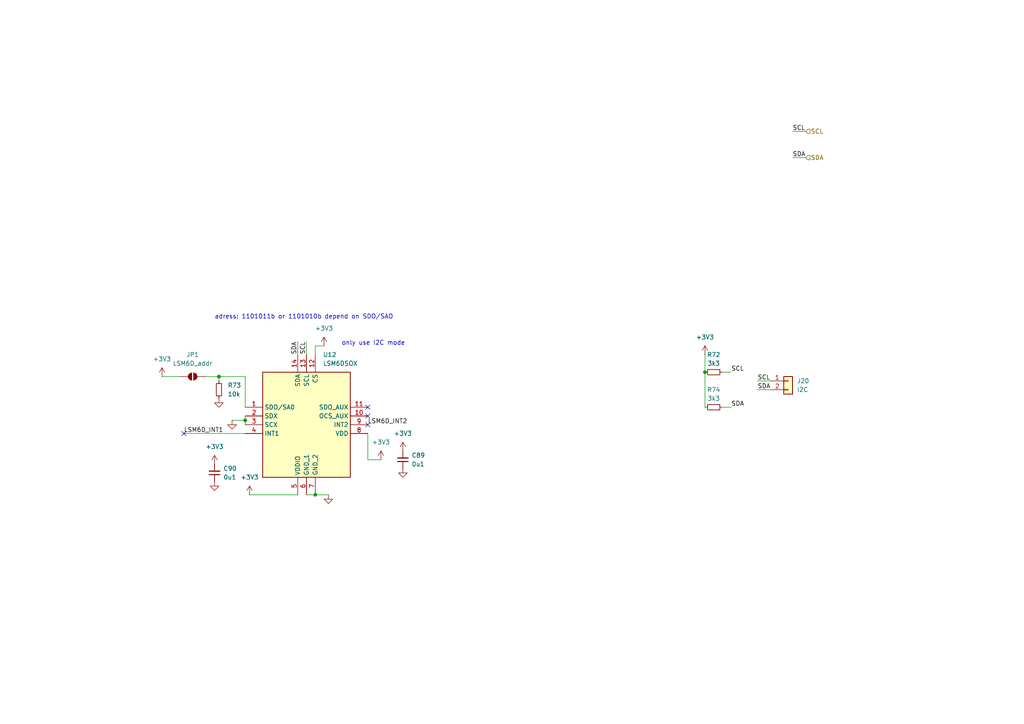
<source format=kicad_sch>
(kicad_sch (version 20231120) (generator "eeschema") (generator_version "8.0")
  (paper "A4")
  (title_block (title "EP6 VCU") (date "2024-09-30") (rev "1.0") (company "NTURacing") (comment 1 "郭哲明") (comment 2 "Electrical group"))
  (lib_symbols
    (symbol "Connector_Generic:Conn_01x02" (pin_names (offset 1.016) hide)
      (property "Reference" "J" (at 0 2.54 0))
      (property "Value" "Conn_01x02" (at 0 -5.08 0))
      (symbol "Conn_01x02_1_1"
        (rectangle (start -1.27 -2.413) (end 0 -2.667) (stroke (width 0.1524)))
        (rectangle (start -1.27 0.127) (end 0 -0.127) (stroke (width 0.1524)))
        (rectangle (start -1.27 1.27) (end 1.27 -3.81) (stroke (width 0.254)) (fill (type background)))
        (pin passive line (at -5.08 0 0) (length 3.81) (name "Pin_1") (number "1"))
        (pin passive line (at -5.08 -2.54 0) (length 3.81) (name "Pin_2") (number "2"))
      )
    )
    (symbol "Device:C_Small" (pin_numbers hide) (pin_names (offset 0.254) hide)
      (property "Reference" "C" (at 0.254 1.778 0))
      (property "Value" "C_Small" (at 0.254 -2.032 0))
      (symbol "C_Small_0_1"
        (polyline (pts (xy -1.524 -0.508) (xy 1.524 -0.508)) (stroke (width 0.3302)))
        (polyline (pts (xy -1.524 0.508) (xy 1.524 0.508)) (stroke (width 0.3048)))
      )
      (symbol "C_Small_1_1"
        (pin passive line (at 0 2.54 270) (length 2.032) (name "~") (number "1"))
        (pin passive line (at 0 -2.54 90) (length 2.032) (name "~") (number "2"))
      )
    )
    (symbol "Device:R_Small" (pin_numbers hide) (pin_names (offset 0.254) hide)
      (property "Reference" "R" (at 0.762 0.508 0))
      (property "Value" "R_Small" (at 0.762 -1.016 0))
      (symbol "R_Small_0_1"
        (rectangle (start -0.762 1.778) (end 0.762 -1.778) (stroke (width 0.2032)))
      )
      (symbol "R_Small_1_1"
        (pin passive line (at 0 2.54 270) (length 0.762) (name "~") (number "1"))
        (pin passive line (at 0 -2.54 90) (length 0.762) (name "~") (number "2"))
      )
    )
    (symbol "Jumper:SolderJumper_2_Open" (pin_numbers hide) (pin_names (offset 0) hide) (exclude_from_sim yes) (in_bom no)
      (property "Reference" "JP" (at 0 2.032 0))
      (property "Value" "SolderJumper_2_Open" (at 0 -2.54 0))
      (symbol "SolderJumper_2_Open_0_1"
        (arc (start -0.254 1.016) (mid -1.2656 0) (end -0.254 -1.016))
        (arc (start -0.254 1.016) (mid -1.2656 0) (end -0.254 -1.016) (fill (type outline)))
        (polyline (pts (xy -0.254 1.016) (xy -0.254 -1.016)))
        (polyline (pts (xy 0.254 1.016) (xy 0.254 -1.016)))
        (arc (start 0.254 -1.016) (mid 1.2656 0) (end 0.254 1.016))
        (arc (start 0.254 -1.016) (mid 1.2656 0) (end 0.254 1.016) (fill (type outline)))
      )
      (symbol "SolderJumper_2_Open_1_1"
        (pin passive line (at -3.81 0 0) (length 2.54) (name "A") (number "1"))
        (pin passive line (at 3.81 0 180) (length 2.54) (name "B") (number "2"))
      )
    )
    (symbol "SamacSys_Parts:LSM6DSOXTR"
      (property "Reference" "AC" (at 31.75 15.24 0))
      (property "Value" "LSM6DSOXTR" (at 31.75 12.7 0))
      (symbol "LSM6DSOXTR_1_1"
        (rectangle (start 5.08 10.16) (end 30.48 -20.32) (stroke (width 0.254)) (fill (type background)))
        (pin passive line (at 0 0 0) (length 5.08) (name "SDO/SA0") (number "1"))
        (pin passive line (at 35.56 -2.54 180) (length 5.08) (name "OCS_AUX") (number "10"))
        (pin passive line (at 35.56 0 180) (length 5.08) (name "SDO_AUX") (number "11"))
        (pin passive line (at 20.32 15.24 270) (length 5.08) (name "CS") (number "12"))
        (pin passive line (at 17.78 15.24 270) (length 5.08) (name "SCL") (number "13"))
        (pin passive line (at 15.24 15.24 270) (length 5.08) (name "SDA") (number "14"))
        (pin passive line (at 0 -2.54 0) (length 5.08) (name "SDX") (number "2"))
        (pin passive line (at 0 -5.08 0) (length 5.08) (name "SCX") (number "3"))
        (pin passive line (at 0 -7.62 0) (length 5.08) (name "INT1") (number "4"))
        (pin passive line (at 15.24 -25.4 90) (length 5.08) (name "VDDIO") (number "5"))
        (pin passive line (at 17.78 -25.4 90) (length 5.08) (name "GND_1") (number "6"))
        (pin passive line (at 20.32 -25.4 90) (length 5.08) (name "GND_2") (number "7"))
        (pin passive line (at 35.56 -7.62 180) (length 5.08) (name "VDD") (number "8"))
        (pin passive line (at 35.56 -5.08 180) (length 5.08) (name "INT2") (number "9"))
      )
    )
    (symbol "power:+3V3" (power) (pin_numbers hide) (pin_names (offset 0) hide)
      (property "Value" "+3V3" (at 0 3.556 0))
      (symbol "+3V3_0_1"
        (polyline (pts (xy -0.762 1.27) (xy 0 2.54)))
        (polyline (pts (xy 0 0) (xy 0 2.54)))
        (polyline (pts (xy 0 2.54) (xy 0.762 1.27)))
      )
      (symbol "+3V3_1_1"
        (pin power_in line (at 0 0 90) (length 0) (name "~") (number "1"))
      )
    )
    (symbol "power:GND" (power) (pin_numbers hide) (pin_names (offset 0) hide)
      (property "Value" "GND" (at 0 -3.81 0))
      (symbol "GND_0_1"
        (polyline (pts (xy 0 0) (xy 0 -1.27) (xy 1.27 -1.27) (xy 0 -2.54) (xy -1.27 -1.27) (xy 0 -1.27)))
      )
      (symbol "GND_1_1"
        (pin power_in line (at 0 0 270) (length 0) (name "~") (number "1"))
      )
    )
  )
  (junction (at 91.44 143.51))
  (junction (at 71.12 121.92))
  (junction (at 204.47 107.95))
  (junction (at 63.5 109.22))
  (no_connect (at 106.68 118.11))
  (no_connect (at 106.68 123.19))
  (no_connect (at 53.34 125.73))
  (no_connect (at 106.68 120.65))
  (wire (pts (xy 106.68 133.35) (xy 106.68 125.73)))
  (wire (pts (xy 204.47 107.95) (xy 204.47 118.11)))
  (wire (pts (xy 93.98 100.33) (xy 91.44 100.33)))
  (wire (pts (xy 209.55 118.11) (xy 212.09 118.11)))
  (wire (pts (xy 95.25 143.51) (xy 91.44 143.51)))
  (wire (pts (xy 71.12 121.92) (xy 71.12 120.65)))
  (wire (pts (xy 72.39 143.51) (xy 86.36 143.51)))
  (wire (pts (xy 91.44 100.33) (xy 91.44 102.87)))
  (wire (pts (xy 229.87 38.1) (xy 233.68 38.1)))
  (wire (pts (xy 71.12 109.22) (xy 71.12 118.11)))
  (wire (pts (xy 110.49 133.35) (xy 106.68 133.35)))
  (wire (pts (xy 71.12 121.92) (xy 71.12 123.19)))
  (wire (pts (xy 209.55 107.95) (xy 212.09 107.95)))
  (wire (pts (xy 59.69 109.22) (xy 63.5 109.22)))
  (wire (pts (xy 63.5 109.22) (xy 71.12 109.22)))
  (wire (pts (xy 91.44 143.51) (xy 88.9 143.51)))
  (wire (pts (xy 67.31 121.92) (xy 71.12 121.92)))
  (wire (pts (xy 219.71 110.49) (xy 223.52 110.49)))
  (wire (pts (xy 63.5 110.49) (xy 63.5 109.22)))
  (wire (pts (xy 229.87 45.72) (xy 233.68 45.72)))
  (wire (pts (xy 219.71 113.03) (xy 223.52 113.03)))
  (wire (pts (xy 86.36 99.06) (xy 86.36 102.87)))
  (wire (pts (xy 46.99 109.22) (xy 52.07 109.22)))
  (wire (pts (xy 204.47 102.87) (xy 204.47 107.95)))
  (wire (pts (xy 88.9 99.06) (xy 88.9 102.87)))
  (wire (pts (xy 53.34 125.73) (xy 71.12 125.73)))
  (text "adress: 1101011b or 1101010b depend on SDO/SAO" (at 62.23 92.71 0) (effects (font (size 1.27 1.27)) (justify left bottom)))
  (text "only use I2C mode" (at 99.06 100.33 0) (effects (font (size 1.27 1.27)) (justify left bottom)))
  (label "SCL" (at 229.87 38.1 0))
  (label "SDA" (at 212.09 118.11 0))
  (label "SCL" (at 219.71 110.49 0))
  (label "SDA" (at 229.87 45.72 0))
  (label "LSM6D_INT2" (at 106.68 123.19 0))
  (label "SDA" (at 219.71 113.03 0))
  (label "LSM6D_INT1" (at 53.34 125.73 0))
  (label "SCL" (at 88.9 99.06 270))
  (label "SDA" (at 86.36 99.06 270))
  (label "SCL" (at 212.09 107.95 0))
  (hierarchical_label "SCL" (shape input) (at 233.68 38.1 0))
  (hierarchical_label "SDA" (shape input) (at 233.68 45.72 0))
  (symbol (lib_id "power:+3V3") (at 46.99 109.22 0) (unit 1)
    (property "Reference" "#PWR0172" (effects (hide yes)))
    (property "Value" "+3V3" (at 46.99 104.14 0))
    (property "Description" "Power symbol creates a global label with name \"+3V3\"" (effects (hide yes)))
  )
  (symbol (lib_id "Device:C_Small") (at 62.23 137.16 180) (unit 1)
    (property "Reference" "C90" (at 64.77 135.8836 0) (effects (justify right)))
    (property "Value" "0u1" (at 64.77 138.4236 0) (effects (justify right)))
    (property "Footprint" "Capacitor_SMD:C_0402_1005Metric" (effects (hide yes)))
    (property "Description" "Unpolarized capacitor, small symbol" (effects (hide yes)))
  )
  (symbol (lib_id "power:+3V3") (at 93.98 100.33 0) (unit 1)
    (property "Reference" "#PWR0170" (effects (hide yes)))
    (property "Value" "+3V3" (at 93.98 95.25 0))
    (property "Description" "Power symbol creates a global label with name \"+3V3\"" (effects (hide yes)))
  )
  (symbol (lib_id "power:GND") (at 67.31 121.92 0) (unit 1)
    (property "Reference" "#PWR0174" (effects (hide yes)))
    (property "Value" "GND" (effects (hide yes)))
    (property "Description" "Power symbol creates a global label with name \"GND\" , ground" (effects (hide yes)))
  )
  (symbol (lib_id "power:+3V3") (at 72.39 143.51 0) (unit 1)
    (property "Reference" "#PWR0180" (effects (hide yes)))
    (property "Value" "+3V3" (at 72.39 138.43 0))
    (property "Description" "Power symbol creates a global label with name \"+3V3\"" (effects (hide yes)))
  )
  (symbol (lib_id "Jumper:SolderJumper_2_Open") (at 55.88 109.22 0) (unit 1)
    (property "Reference" "JP1" (at 55.88 102.87 0))
    (property "Value" "LSM6D_addr" (at 55.88 105.41 0))
    (property "Footprint" "Jumper:SolderJumper-2_P1.3mm_Open_RoundedPad1.0x1.5mm" (effects (hide yes)))
    (property "Description" "Solder Jumper, 2-pole, open" (effects (hide yes)))
  )
  (symbol (lib_id "power:+3V3") (at 204.47 102.87 0) (mirror y) (unit 1)
    (property "Reference" "#PWR0171" (effects (hide yes)))
    (property "Value" "+3V3" (at 204.47 97.79 0))
    (property "Description" "Power symbol creates a global label with name \"+3V3\"" (effects (hide yes)))
  )
  (symbol (lib_id "power:+3V3") (at 116.84 130.81 0) (unit 1)
    (property "Reference" "#PWR0175" (effects (hide yes)))
    (property "Value" "+3V3" (at 116.84 125.73 0))
    (property "Description" "Power symbol creates a global label with name \"+3V3\"" (effects (hide yes)))
  )
  (symbol (lib_id "SamacSys_Parts:LSM6DSOXTR") (at 71.12 118.11 0) (unit 1)
    (property "Reference" "U12" (at 93.6341 102.87 0) (effects (justify left)))
    (property "Value" "LSM6DSOX" (at 93.6341 105.41 0) (effects (justify left)))
    (property "Footprint" "Package_LGA:LGA-14_3x2.5mm_P0.5mm_LayoutBorder3x4y" (effects (hide yes)))
    (property "Datasheet" "https://www.st.com/resource/en/datasheet/lsm6dsox.pdf" (effects (hide yes)))
    (property "Description" "IMUs - Inertial Measurement Units iNEMO inertial module: always-on 3D accelerometer and 3D gyroscope" (effects (hide yes)))
    (property "Mouser Part Number" "511-LSM6DSOXTR" (effects (hide yes)))
    (property "Mouser Price/Stock" "https://www.mouser.co.uk/ProductDetail/STMicroelectronics/LSM6DSOXTR?qs=l7cgNqFNU1i9dcjzItLpVQ%3D%3D" (effects (hide yes)))
    (property "Manufacturer_Name" "STMicroelectronics" (effects (hide yes)))
    (property "Manufacturer_Part_Number" "LSM6DSOXTR" (effects (hide yes)))
  )
  (symbol (lib_id "Device:R_Small") (at 63.5 113.03 180) (unit 1)
    (property "Reference" "R73" (at 66.04 111.76 0) (effects (justify right)))
    (property "Value" "10k" (at 66.04 114.3 0) (effects (justify right)))
    (property "Footprint" "Resistor_SMD:R_0402_1005Metric" (effects (hide yes)))
    (property "Description" "Resistor, small symbol" (effects (hide yes)))
  )
  (symbol (lib_id "power:+3V3") (at 62.23 134.62 0) (unit 1)
    (property "Reference" "#PWR0177" (effects (hide yes)))
    (property "Value" "+3V3" (at 62.23 129.54 0))
    (property "Description" "Power symbol creates a global label with name \"+3V3\"" (effects (hide yes)))
  )
  (symbol (lib_id "Device:R_Small") (at 207.01 118.11 90) (unit 1)
    (property "Reference" "R74" (at 207.01 113.03 90))
    (property "Value" "3k3" (at 207.01 115.57 90))
    (property "Footprint" "Resistor_SMD:R_0402_1005Metric" (effects (hide yes)))
    (property "Description" "Resistor, small symbol" (effects (hide yes)))
  )
  (symbol (lib_id "power:GND") (at 63.5 115.57 0) (unit 1)
    (property "Reference" "#PWR0173" (effects (hide yes)))
    (property "Value" "GND" (effects (hide yes)))
    (property "Description" "Power symbol creates a global label with name \"GND\" , ground" (effects (hide yes)))
  )
  (symbol (lib_id "Device:C_Small") (at 116.84 133.35 180) (unit 1)
    (property "Reference" "C89" (at 119.38 132.0736 0) (effects (justify right)))
    (property "Value" "0u1" (at 119.38 134.6136 0) (effects (justify right)))
    (property "Footprint" "Capacitor_SMD:C_0402_1005Metric" (effects (hide yes)))
    (property "Description" "Unpolarized capacitor, small symbol" (effects (hide yes)))
  )
  (symbol (lib_id "power:+3V3") (at 110.49 133.35 0) (unit 1)
    (property "Reference" "#PWR0176" (effects (hide yes)))
    (property "Value" "+3V3" (at 110.49 128.27 0))
    (property "Description" "Power symbol creates a global label with name \"+3V3\"" (effects (hide yes)))
  )
  (symbol (lib_id "Connector_Generic:Conn_01x02") (at 228.6 110.49 0) (unit 1)
    (property "Reference" "J20" (at 231.14 110.49 0) (effects (justify left)))
    (property "Value" "I2C" (at 231.14 113.03 0) (effects (justify left)))
    (property "Footprint" "Connector_PinHeader_2.54mm:PinHeader_1x02_P2.54mm_Vertical" (effects (hide yes)))
    (property "Description" "Generic connector, single row, 01x02, script generated (kicad-library-utils/schlib/autogen/connector/)" (effects (hide yes)))
  )
  (symbol (lib_id "power:GND") (at 95.25 143.51 0) (unit 1)
    (property "Reference" "#PWR0181" (effects (hide yes)))
    (property "Value" "GND" (effects (hide yes)))
    (property "Description" "Power symbol creates a global label with name \"GND\" , ground" (effects (hide yes)))
  )
  (symbol (lib_id "Device:R_Small") (at 207.01 107.95 90) (unit 1)
    (property "Reference" "R72" (at 207.01 102.87 90))
    (property "Value" "3k3" (at 207.01 105.41 90))
    (property "Footprint" "Resistor_SMD:R_0402_1005Metric" (effects (hide yes)))
    (property "Description" "Resistor, small symbol" (effects (hide yes)))
  )
  (symbol (lib_id "power:GND") (at 62.23 139.7 0) (unit 1)
    (property "Reference" "#PWR0179" (effects (hide yes)))
    (property "Value" "GND" (effects (hide yes)))
    (property "Description" "Power symbol creates a global label with name \"GND\" , ground" (effects (hide yes)))
  )
  (symbol (lib_id "power:GND") (at 116.84 135.89 0) (unit 1)
    (property "Reference" "#PWR0178" (effects (hide yes)))
    (property "Value" "GND" (effects (hide yes)))
    (property "Description" "Power symbol creates a global label with name \"GND\" , ground" (effects (hide yes)))
  )
)
</source>
